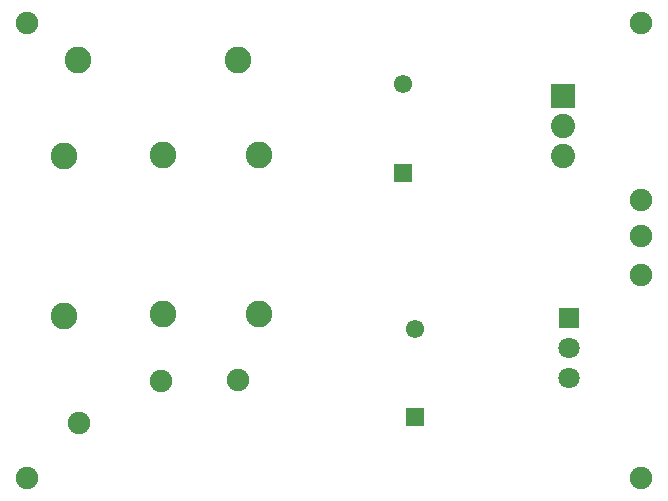
<source format=gbs>
G04*
G04 #@! TF.GenerationSoftware,Altium Limited,Altium Designer,24.0.1 (36)*
G04*
G04 Layer_Color=16711935*
%FSLAX44Y44*%
%MOMM*%
G71*
G04*
G04 #@! TF.SameCoordinates,8AA054D9-8240-454B-BF93-844602D28769*
G04*
G04*
G04 #@! TF.FilePolarity,Negative*
G04*
G01*
G75*
%ADD14C,1.9032*%
%ADD15C,2.2532*%
%ADD16C,1.5500*%
%ADD17R,1.5500X1.5500*%
%ADD18C,2.0500*%
%ADD19R,2.0500X2.0500*%
%ADD20R,1.8032X1.8032*%
%ADD21C,1.8032*%
D14*
X545000Y410000D02*
D03*
X25000Y25000D02*
D03*
Y410000D02*
D03*
X545000Y25000D02*
D03*
X544830Y196850D02*
D03*
Y229392D02*
D03*
Y260350D02*
D03*
X138073Y107196D02*
D03*
X203200Y107950D02*
D03*
X68580Y71120D02*
D03*
D15*
X139700Y298590D02*
D03*
Y163690D02*
D03*
X68440Y378460D02*
D03*
X203340D02*
D03*
X55880Y297320D02*
D03*
Y162420D02*
D03*
X220980Y163690D02*
D03*
Y298590D02*
D03*
D16*
X353060Y151130D02*
D03*
X342900Y358210D02*
D03*
D17*
X353060Y76130D02*
D03*
X342900Y283210D02*
D03*
D18*
X478470Y297230D02*
D03*
Y322580D02*
D03*
D19*
Y347930D02*
D03*
D20*
X483870Y160020D02*
D03*
D21*
Y134620D02*
D03*
Y109220D02*
D03*
M02*

</source>
